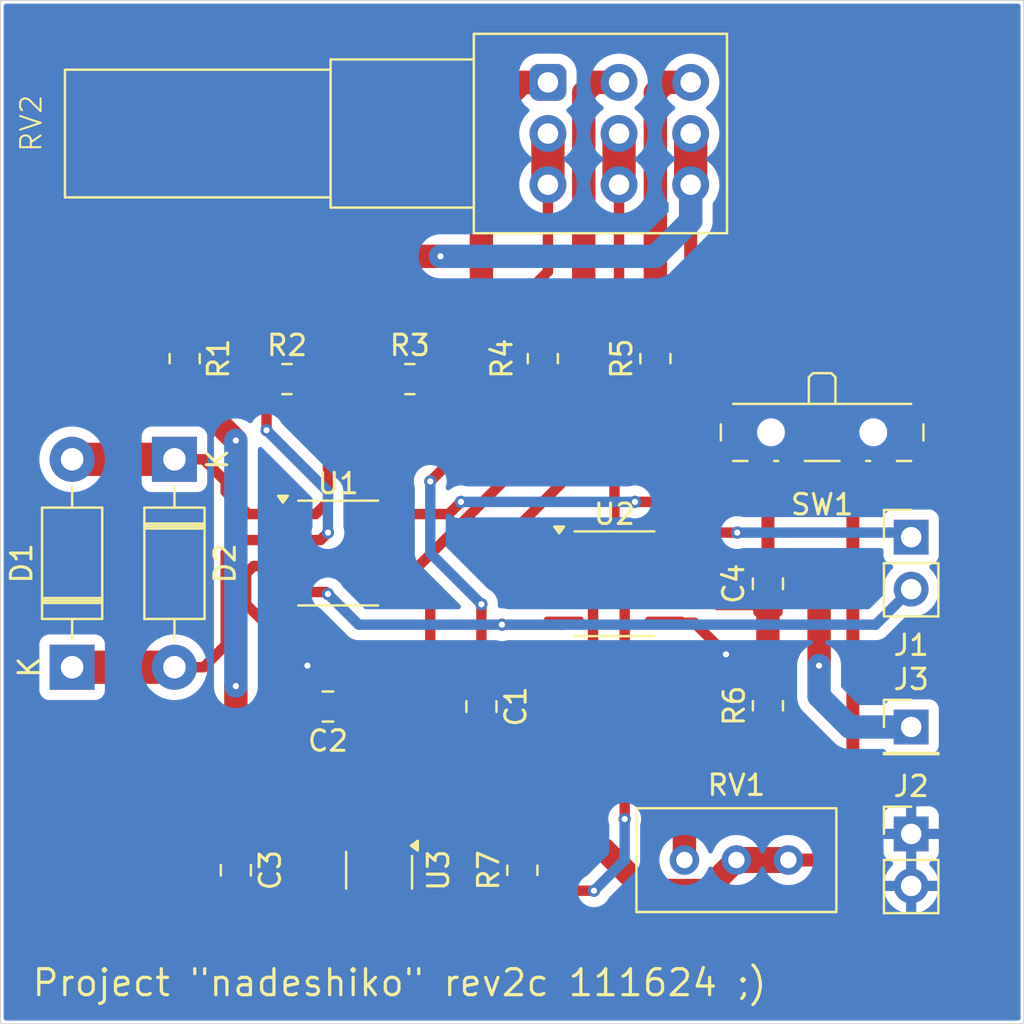
<source format=kicad_pcb>
(kicad_pcb (version 20241010) (generator "pcbnew") (generator_version "8.99")
  (title_block (title "Project nadeshiko") (date "2024-11-16") (rev "2c"))
  (layers (0 "F.Cu" signal) (2 "B.Cu" signal) (13 "F.Paste" user) (15 "B.Paste" user) (5 "F.SilkS" user "F.Silkscreen") (7 "B.SilkS" user "B.Silkscreen") (1 "F.Mask" user) (3 "B.Mask" user) (25 "Edge.Cuts" user))
  (net 0 "")
  (net 1 "GND")
  (net 2 "Net-(U1B-+)")
  (net 3 "Net-(U2A-+)")
  (net 4 "Net-(U3A-+)")
  (net 5 "Net-(U2B--)")
  (net 6 "/OUT")
  (net 7 "Net-(D1-A)")
  (net 8 "Net-(D1-K)")
  (net 9 "Net-(R3-Pad2)")
  (net 10 "Net-(U1B--)")
  (net 11 "Net-(R4-Pad2)")
  (net 12 "Net-(R5-Pad2)")
  (net 13 "Net-(U2A--)")
  (net 14 "Net-(R6-Pad1)")
  (net 15 "+12V")
  (net 16 "Net-(R7-Pad2)")
  (net 18 "-12V")
  (footprint "Potentiometer_THT:Potentiometer_Bourns_3296W_Vertical" (layer "F.Cu") (at 157 109)
    (property "Reference" "RV1" (at -2.54 -3.66 0) (layer "F.SilkS"))
    (property "Value" "R_Potentiometer")
    (fp_line (start -7.425 -2.53) (end -7.425 2.54) (stroke (width 0.12)) (layer "F.SilkS"))
    (fp_line (start -7.425 -2.53) (end 2.345 -2.53) (stroke (width 0.12)) (layer "F.SilkS"))
    (fp_line (start -7.425 2.54) (end 2.345 2.54) (stroke (width 0.12)) (layer "F.SilkS"))
    (fp_line (start 2.345 -2.53) (end 2.345 2.54) (stroke (width 0.12)) (layer "F.SilkS"))
    (pad "1" thru_hole circle (at 0 0) (size 1.44 1.44) (drill 0.8) (layers "*.Cu" "*.Mask") (net 16 "Net-(R7-Pad2)"))
    (pad "2" thru_hole circle (at -2.54 0) (size 1.44 1.44) (drill 0.8) (layers "*.Cu" "*.Mask") (net 16 "Net-(R7-Pad2)"))
    (pad "3" thru_hole circle (at -5.08 0) (size 1.44 1.44) (drill 0.8) (layers "*.Cu" "*.Mask") (net 14 "Net-(R6-Pad1)"))
  )
  (footprint "Package_TO_SOT_SMD:SOT-23-5_HandSoldering" (layer "F.Cu") (at 137 109.5 -90)
    (property "Reference" "U3" (at 0 -2.9 90) (layer "F.SilkS"))
    (property "Value" "TLV1812")
    (fp_line (start -0.9 1.61) (end 0.9 1.61) (stroke (width 0.12)) (layer "F.SilkS"))
    (fp_line (start 0.1 -1.61) (end -0.7 -1.61) (stroke (width 0.12)) (layer "F.SilkS"))
    (fp_line (start 0.1 -1.61) (end 0.9 -1.61) (stroke (width 0.12)) (layer "F.SilkS"))
    (fp_poly (pts (xy -1.2 -1.56) (xy -1.44 -1.89) (xy -0.96 -1.89) (xy -1.2 -1.56)) (stroke (width 0.12)) (fill solid) (layer "F.SilkS"))
    (pad "1" smd roundrect (at -1.35 -0.95 270) (size 1.56 0.65) (layers "F.Cu" "F.Mask" "F.Paste") (net 16 "Net-(R7-Pad2)"))
    (pad "2" smd roundrect (at -1.35 0 270) (size 1.56 0.65) (layers "F.Cu" "F.Mask" "F.Paste") (net 1 "GND"))
    (pad "3" smd roundrect (at -1.35 0.95 270) (size 1.56 0.65) (layers "F.Cu" "F.Mask" "F.Paste") (net 4 "Net-(U3A-+)"))
    (pad "4" smd roundrect (at 1.35 0.95 270) (size 1.56 0.65) (layers "F.Cu" "F.Mask" "F.Paste") (net 1 "GND"))
    (pad "5" smd roundrect (at 1.35 -0.95 270) (size 1.56 0.65) (layers "F.Cu" "F.Mask" "F.Paste") (net 15 "+12V"))
  )
  (footprint "Connector_PinHeader_2.54mm:PinHeader_1x01_P2.54mm_Vertical" (layer "F.Cu") (at 163 102.5)
    (property "Reference" "J3" (at 0 -2.33 0) (layer "F.SilkS"))
    (property "Value" "OUT_Pin")
    (fp_line (start -1.33 -1.33) (end 0 -1.33) (stroke (width 0.12)) (layer "F.SilkS"))
    (fp_line (start -1.33 0) (end -1.33 -1.33) (stroke (width 0.12)) (layer "F.SilkS"))
    (fp_line (start -1.33 1.27) (end -1.33 1.33) (stroke (width 0.12)) (layer "F.SilkS"))
    (fp_line (start -1.33 1.27) (end 1.33 1.27) (stroke (width 0.12)) (layer "F.SilkS"))
    (fp_line (start -1.33 1.33) (end 1.33 1.33) (stroke (width 0.12)) (layer "F.SilkS"))
    (fp_line (start 1.33 1.27) (end 1.33 1.33) (stroke (width 0.12)) (layer "F.SilkS"))
    (pad "1" thru_hole rect (at 0 0) (size 1.7 1.7) (drill 1) (layers "*.Cu" "*.Mask") (net 6 "/OUT"))
  )
  (footprint "Resistor_SMD:R_0805_2012Metric_Pad1.20x1.40mm_HandSolder" (layer "F.Cu") (at 138.5 85.5)
    (property "Reference" "R3" (at 0 -1.65 0) (layer "F.SilkS"))
    (property "Value" "10k")
    (fp_line (start -0.227064 -0.735) (end 0.227064 -0.735) (stroke (width 0.12)) (layer "F.SilkS"))
    (fp_line (start -0.227064 0.735) (end 0.227064 0.735) (stroke (width 0.12)) (layer "F.SilkS"))
    (pad "1" smd roundrect (at -1 0) (size 1.2 1.4) (layers "F.Cu" "F.Mask" "F.Paste") (roundrect_rratio 0.208333) (net 7 "Net-(D1-A)"))
    (pad "2" smd roundrect (at 1 0) (size 1.2 1.4) (layers "F.Cu" "F.Mask" "F.Paste") (roundrect_rratio 0.208333) (net 9 "Net-(R3-Pad2)"))
  )
  (footprint "Resistor_SMD:R_0805_2012Metric_Pad1.20x1.40mm_HandSolder" (layer "F.Cu") (at 156 101.4625 90)
    (property "Reference" "R6" (at 0 -1.65 90) (layer "F.SilkS"))
    (property "Value" "8k")
    (fp_line (start -0.227064 -0.735) (end 0.227064 -0.735) (stroke (width 0.12)) (layer "F.SilkS"))
    (fp_line (start -0.227064 0.735) (end 0.227064 0.735) (stroke (width 0.12)) (layer "F.SilkS"))
    (pad "1" smd roundrect (at -1 0 90) (size 1.2 1.4) (layers "F.Cu" "F.Mask" "F.Paste") (roundrect_rratio 0.208333) (net 14 "Net-(R6-Pad1)"))
    (pad "2" smd roundrect (at 1 0 90) (size 1.2 1.4) (layers "F.Cu" "F.Mask" "F.Paste") (roundrect_rratio 0.208333) (net 5 "Net-(U2B--)"))
  )
  (footprint "Resistor_SMD:R_0805_2012Metric_Pad1.20x1.40mm_HandSolder" (layer "F.Cu") (at 127.5 84.5 -90)
    (property "Reference" "R1" (at 0 -1.65 90) (layer "F.SilkS"))
    (property "Value" "10k")
    (fp_line (start -0.227064 0.735) (end 0.227064 0.735) (stroke (width 0.12)) (layer "F.SilkS"))
    (fp_line (start -0.227064 -0.735) (end 0.227064 -0.735) (stroke (width 0.12)) (layer "F.SilkS"))
    (pad "1" smd roundrect (at -1 0 270) (size 1.2 1.4) (layers "F.Cu" "F.Mask" "F.Paste") (roundrect_rratio 0.208333) (net 4 "Net-(U3A-+)"))
    (pad "2" smd roundrect (at 1 0 270) (size 1.2 1.4) (layers "F.Cu" "F.Mask" "F.Paste") (roundrect_rratio 0.208333) (net 8 "Net-(D1-K)"))
  )
  (footprint "Capacitor_SMD:C_0805_2012Metric_Pad1.18x1.45mm_HandSolder" (layer "F.Cu") (at 134.5 101.5 180)
    (property "Reference" "C2" (at 0 -1.68 0) (layer "F.SilkS"))
    (property "Value" "3.3nF")
    (fp_line (start -0.261252 0.735) (end 0.261252 0.735) (stroke (width 0.12)) (layer "F.SilkS"))
    (fp_line (start -0.261252 -0.735) (end 0.261252 -0.735) (stroke (width 0.12)) (layer "F.SilkS"))
    (pad "1" smd roundrect (at -1.0375 0 180) (size 1.175 1.45) (layers "F.Cu" "F.Mask" "F.Paste") (roundrect_rratio 0.212766) (net 3 "Net-(U2A-+)"))
    (pad "2" smd roundrect (at 1.0375 0 180) (size 1.175 1.45) (layers "F.Cu" "F.Mask" "F.Paste") (roundrect_rratio 0.212766) (net 1 "GND"))
  )
  (footprint "custom_library:potentiometer_RK097_Tri" (layer "F.Cu") (at 137 83.5)
    (property "Reference" "RV2" (at -17 -10.5 90) (layer "F.SilkS") (effects (font (thickness 0.1))))
    (property "Value" "potentiometer_RK097_Tri")
    (fp_line (start -15.35 -6.88) (end -15.35 -13.1) (stroke (width 0.12)) (layer "F.SilkS"))
    (fp_line (start -2.37 -13.12) (end -15.35 -13.12) (stroke (width 0.12)) (layer "F.SilkS"))
    (fp_line (start -2.37 -6.88) (end -15.35 -6.88) (stroke (width 0.12)) (layer "F.SilkS"))
    (fp_line (start -2.37 -6.38) (end -2.37 -13.62) (stroke (width 0.12)) (layer "F.SilkS"))
    (fp_line (start 4.63 -13.62) (end -2.37 -13.62) (stroke (width 0.12)) (layer "F.SilkS"))
    (fp_line (start 4.63 -6.38) (end -2.37 -6.38) (stroke (width 0.12)) (layer "F.SilkS"))
    (fp_line (start 4.63 -5.13) (end 4.63 -14.87) (stroke (width 0.12)) (layer "F.SilkS"))
    (fp_line (start 17 -14.87) (end 4.63 -14.87) (stroke (width 0.12)) (layer "F.SilkS"))
    (fp_line (start 17 -5.13) (end 4.63 -5.13) (stroke (width 0.12)) (layer "F.SilkS"))
    (fp_line (start 17 -5.13) (end 17 -14.87) (stroke (width 0.12)) (layer "F.SilkS"))
    (pad "1" thru_hole roundrect (at 8.25 -12.5 180) (size 1.8 1.8) (drill 1) (layers "*.Cu" "*.Mask") (net 9 "Net-(R3-Pad2)"))
    (pad "2" thru_hole circle (at 8.25 -10 180) (size 1.8 1.8) (drill 1) (layers "*.Cu" "*.Mask") (net 2 "Net-(U1B-+)"))
    (pad "3" thru_hole circle (at 8.25 -7.5 180) (size 1.8 1.8) (drill 1) (layers "*.Cu" "*.Mask") (net 2 "Net-(U1B-+)"))
    (pad "4" thru_hole circle (at 11.725 -12.5 180) (size 1.8 1.8) (drill 1) (layers "*.Cu" "*.Mask") (net 11 "Net-(R4-Pad2)"))
    (pad "5" thru_hole circle (at 11.725 -10 180) (size 1.8 1.8) (drill 1) (layers "*.Cu" "*.Mask") (net 3 "Net-(U2A-+)"))
    (pad "6" thru_hole circle (at 11.725 -7.5 180) (size 1.8 1.8) (drill 1) (layers "*.Cu" "*.Mask") (net 3 "Net-(U2A-+)"))
    (pad "7" thru_hole circle (at 15.225 -12.5 180) (size 1.8 1.8) (drill 1) (layers "*.Cu" "*.Mask") (net 12 "Net-(R5-Pad2)"))
    (pad "8" thru_hole circle (at 15.225 -10 180) (size 1.8 1.8) (drill 1) (layers "*.Cu" "*.Mask") (net 4 "Net-(U3A-+)"))
    (pad "9" thru_hole circle (at 15.225 -7.5 180) (size 1.8 1.8) (drill 1) (layers "*.Cu" "*.Mask") (net 4 "Net-(U3A-+)"))
  )
  (footprint "Capacitor_SMD:C_0805_2012Metric_Pad1.18x1.45mm_HandSolder" (layer "F.Cu") (at 142 101.5 -90)
    (property "Reference" "C1" (at 0 -1.68 90) (layer "F.SilkS"))
    (property "Value" "3.3nF")
    (fp_line (start -0.261252 0.735) (end 0.261252 0.735) (stroke (width 0.12)) (layer "F.SilkS"))
    (fp_line (start -0.261252 -0.735) (end 0.261252 -0.735) (stroke (width 0.12)) (layer "F.SilkS"))
    (pad "1" smd roundrect (at -1.0375 0 270) (size 1.175 1.45) (layers "F.Cu" "F.Mask" "F.Paste") (roundrect_rratio 0.212766) (net 2 "Net-(U1B-+)"))
    (pad "2" smd roundrect (at 1.0375 0 270) (size 1.175 1.45) (layers "F.Cu" "F.Mask" "F.Paste") (roundrect_rratio 0.212766) (net 1 "GND"))
  )
  (footprint "Diode_THT:D_DO-41_SOD81_P10.16mm_Horizontal" (layer "F.Cu") (at 122 99.58 90)
    (property "Reference" "D1" (at 5.08 -2.47 90) (layer "F.SilkS"))
    (property "Value" "1N4742")
    (fp_line (start 7.8 -1.47) (end 2.36 -1.47) (stroke (width 0.12)) (layer "F.SilkS"))
    (fp_line (start 3.38 -1.47) (end 3.38 1.47) (stroke (width 0.12)) (layer "F.SilkS"))
    (fp_line (start 3.26 -1.47) (end 3.26 1.47) (stroke (width 0.12)) (layer "F.SilkS"))
    (fp_line (start 3.14 -1.47) (end 3.14 1.47) (stroke (width 0.12)) (layer "F.SilkS"))
    (fp_line (start 2.36 -1.47) (end 2.36 1.47) (stroke (width 0.12)) (layer "F.SilkS"))
    (fp_line (start 8.82 0) (end 7.8 0) (stroke (width 0.12)) (layer "F.SilkS"))
    (fp_line (start 1.34 0) (end 2.36 0) (stroke (width 0.12)) (layer "F.SilkS"))
    (fp_line (start 7.8 1.47) (end 7.8 -1.47) (stroke (width 0.12)) (layer "F.SilkS"))
    (fp_line (start 2.36 1.47) (end 7.8 1.47) (stroke (width 0.12)) (layer "F.SilkS"))
    (fp_text user "K" (at 0 -2.1 90) (layer "F.SilkS"))
    (pad "1" thru_hole rect (at 0 0 90) (size 2.2 2.2) (drill 1.1) (layers "*.Cu" "*.Mask") (net 8 "Net-(D1-K)"))
    (pad "2" thru_hole oval (at 10.16 0 90) (size 2.2 2.2) (drill 1.1) (layers "*.Cu" "*.Mask") (net 7 "Net-(D1-A)"))
  )
  (footprint "Resistor_SMD:R_0805_2012Metric_Pad1.20x1.40mm_HandSolder" (layer "F.Cu") (at 150.5 84.5 90)
    (property "Reference" "R5" (at 0 -1.65 90) (layer "F.SilkS"))
    (property "Value" "10k")
    (fp_line (start -0.227064 -0.735) (end 0.227064 -0.735) (stroke (width 0.12)) (layer "F.SilkS"))
    (fp_line (start -0.227064 0.735) (end 0.227064 0.735) (stroke (width 0.12)) (layer "F.SilkS"))
    (pad "1" smd roundrect (at -1 0 90) (size 1.2 1.4) (layers "F.Cu" "F.Mask" "F.Paste") (roundrect_rratio 0.208333) (net 13 "Net-(U2A--)"))
    (pad "2" smd roundrect (at 1 0 90) (size 1.2 1.4) (layers "F.Cu" "F.Mask" "F.Paste") (roundrect_rratio 0.208333) (net 12 "Net-(R5-Pad2)"))
  )
  (footprint "Connector_PinHeader_2.54mm:PinHeader_1x02_P2.54mm_Vertical" (layer "F.Cu") (at 163 107.725)
    (property "Reference" "J2" (at 0 -2.33 0) (layer "F.SilkS"))
    (property "Value" "GND_Pin")
    (fp_line (start -1.33 -1.33) (end 0 -1.33) (stroke (width 0.12)) (layer "F.SilkS"))
    (fp_line (start -1.33 0) (end -1.33 -1.33) (stroke (width 0.12)) (layer "F.SilkS"))
    (fp_line (start -1.33 1.27) (end -1.33 3.87) (stroke (width 0.12)) (layer "F.SilkS"))
    (fp_line (start -1.33 1.27) (end 1.33 1.27) (stroke (width 0.12)) (layer "F.SilkS"))
    (fp_line (start -1.33 3.87) (end 1.33 3.87) (stroke (width 0.12)) (layer "F.SilkS"))
    (fp_line (start 1.33 1.27) (end 1.33 3.87) (stroke (width 0.12)) (layer "F.SilkS"))
    (pad "1" thru_hole rect (at 0 0) (size 1.7 1.7) (drill 1) (layers "*.Cu" "*.Mask") (net 1 "GND"))
    (pad "2" thru_hole oval (at 0 2.54) (size 1.7 1.7) (drill 1) (layers "*.Cu" "*.Mask") (net 1 "GND"))
  )
  (footprint "Capacitor_SMD:C_0805_2012Metric_Pad1.18x1.45mm_HandSolder" (layer "F.Cu") (at 130 109.5 -90)
    (property "Reference" "C3" (at 0 -1.68 90) (layer "F.SilkS"))
    (property "Value" "3.3nF")
    (fp_line (start -0.261252 0.735) (end 0.261252 0.735) (stroke (width 0.12)) (layer "F.SilkS"))
    (fp_line (start -0.261252 -0.735) (end 0.261252 -0.735) (stroke (width 0.12)) (layer "F.SilkS"))
    (pad "1" smd roundrect (at -1.0375 0 270) (size 1.175 1.45) (layers "F.Cu" "F.Mask" "F.Paste") (roundrect_rratio 0.212766) (net 4 "Net-(U3A-+)"))
    (pad "2" smd roundrect (at 1.0375 0 270) (size 1.175 1.45) (layers "F.Cu" "F.Mask" "F.Paste") (roundrect_rratio 0.212766) (net 1 "GND"))
  )
  (footprint "Resistor_SMD:R_0805_2012Metric_Pad1.20x1.40mm_HandSolder" (layer "F.Cu") (at 145 84.5 90)
    (property "Reference" "R4" (at 0 -2 90) (layer "F.SilkS"))
    (property "Value" "10k")
    (fp_line (start -0.227064 -0.735) (end 0.227064 -0.735) (stroke (width 0.12)) (layer "F.SilkS"))
    (fp_line (start -0.227064 0.735) (end 0.227064 0.735) (stroke (width 0.12)) (layer "F.SilkS"))
    (pad "1" smd roundrect (at -1 0 90) (size 1.2 1.4) (layers "F.Cu" "F.Mask" "F.Paste") (roundrect_rratio 0.208333) (net 10 "Net-(U1B--)"))
    (pad "2" smd roundrect (at 1 0 90) (size 1.2 1.4) (layers "F.Cu" "F.Mask" "F.Paste") (roundrect_rratio 0.208333) (net 11 "Net-(R4-Pad2)"))
  )
  (footprint "Diode_THT:D_DO-41_SOD81_P10.16mm_Horizontal" (layer "F.Cu") (at 127 89.42 -90)
    (property "Reference" "D2" (at 5.08 -2.47 90) (layer "F.SilkS"))
    (property "Value" "1N4742" (hide yes))
    (fp_line (start 2.36 1.47) (end 7.8 1.47) (stroke (width 0.12)) (layer "F.SilkS"))
    (fp_line (start 7.8 1.47) (end 7.8 -1.47) (stroke (width 0.12)) (layer "F.SilkS"))
    (fp_line (start 1.34 0) (end 2.36 0) (stroke (width 0.12)) (layer "F.SilkS"))
    (fp_line (start 8.82 0) (end 7.8 0) (stroke (width 0.12)) (layer "F.SilkS"))
    (fp_line (start 2.36 -1.47) (end 2.36 1.47) (stroke (width 0.12)) (layer "F.SilkS"))
    (fp_line (start 3.14 -1.47) (end 3.14 1.47) (stroke (width 0.12)) (layer "F.SilkS"))
    (fp_line (start 3.26 -1.47) (end 3.26 1.47) (stroke (width 0.12)) (layer "F.SilkS"))
    (fp_line (start 3.38 -1.47) (end 3.38 1.47) (stroke (width 0.12)) (layer "F.SilkS"))
    (fp_line (start 7.8 -1.47) (end 2.36 -1.47) (stroke (width 0.12)) (layer "F.SilkS"))
    (fp_text user "K" (at 0 -2.1 90) (layer "F.SilkS"))
    (pad "1" thru_hole rect (at 0 0 270) (size 2.2 2.2) (drill 1.1) (layers "*.Cu" "*.Mask") (net 7 "Net-(D1-A)"))
    (pad "2" thru_hole oval (at 10.16 0 270) (size 2.2 2.2) (drill 1.1) (layers "*.Cu" "*.Mask") (net 8 "Net-(D1-K)"))
  )
  (footprint "Package_SO:SOIC-8_3.9x4.9mm_P1.27mm" (layer "F.Cu") (at 148.5 95.5)
    (property "Reference" "U2" (at 0 -3.4 0) (layer "F.SilkS"))
    (property "Value" "OPA2189")
    (fp_line (start 0 -2.56) (end -1.95 -2.56) (stroke (width 0.12)) (layer "F.SilkS"))
    (fp_line (start 0 -2.56) (end 1.95 -2.56) (stroke (width 0.12)) (layer "F.SilkS"))
    (fp_line (start 0 2.56) (end -1.95 2.56) (stroke (width 0.12)) (layer "F.SilkS"))
    (fp_line (start 0 2.56) (end 1.95 2.56) (stroke (width 0.12)) (layer "F.SilkS"))
    (fp_poly (pts (xy -2.7 -2.465) (xy -2.94 -2.795) (xy -2.46 -2.795) (xy -2.7 -2.465)) (stroke (width 0.12)) (fill solid) (layer "F.SilkS"))
    (pad "1" smd roundrect (at -2.475 -1.905) (size 1.95 0.6) (layers "F.Cu" "F.Mask" "F.Paste") (net 13 "Net-(U2A--)"))
    (pad "2" smd roundrect (at -2.475 -0.635) (size 1.95 0.6) (layers "F.Cu" "F.Mask" "F.Paste") (net 13 "Net-(U2A--)"))
    (pad "3" smd roundrect (at -2.475 0.635) (size 1.95 0.6) (layers "F.Cu" "F.Mask" "F.Paste") (net 3 "Net-(U2A-+)"))
    (pad "4" smd roundrect (at -2.475 1.905) (size 1.95 0.6) (layers "F.Cu" "F.Mask" "F.Paste") (net 18 "-12V"))
    (pad "5" smd roundrect (at 2.475 1.905) (size 1.95 0.6) (layers "F.Cu" "F.Mask" "F.Paste") (net 1 "GND"))
    (pad "6" smd roundrect (at 2.475 0.635) (size 1.95 0.6) (layers "F.Cu" "F.Mask" "F.Paste") (net 5 "Net-(U2B--)"))
    (pad "7" smd roundrect (at 2.475 -0.635) (size 1.95 0.6) (layers "F.Cu" "F.Mask" "F.Paste") (net 6 "/OUT"))
    (pad "8" smd roundrect (at 2.475 -1.905) (size 1.95 0.6) (layers "F.Cu" "F.Mask" "F.Paste") (net 15 "+12V"))
  )
  (footprint "Button_Switch_SMD:SW_SP3T_PCM13" (layer "F.Cu") (at 158.65 88.43 180)
    (property "Reference" "SW1" (at 0 -3.2 0) (layer "F.SilkS"))
    (property "Value" "SW_SP3T")
    (fp_line (start 4.95 0.72) (end 4.95 -0.07) (stroke (width 0.12)) (layer "F.SilkS"))
    (fp_line (start 3.65 -1.07) (end 4.35 -1.07) (stroke (width 0.12)) (layer "F.SilkS"))
    (fp_line (start 2.15 -1.07) (end 2.35 -1.07) (stroke (width 0.12)) (layer "F.SilkS"))
    (fp_line (start 0.65 3.02) (end 0.65 1.72) (stroke (width 0.12)) (layer "F.SilkS"))
    (fp_line (start 0.65 3.02) (end 0.45 3.22) (stroke (width 0.12)) (layer "F.SilkS"))
    (fp_line (start 0.45 3.22) (end -0.45 3.22) (stroke (width 0.12)) (layer "F.SilkS"))
    (fp_line (start -0.65 3.02) (end -0.45 3.22) (stroke (width 0.12)) (layer "F.SilkS"))
    (fp_line (start -0.65 1.72) (end -0.65 3.02) (stroke (width 0.12)) (layer "F.SilkS"))
    (fp_line (start -0.85 -1.07) (end 0.85 -1.07) (stroke (width 0.12)) (layer "F.SilkS"))
    (fp_line (start -2.35 -1.07) (end -2.15 -1.07) (stroke (width 0.12)) (layer "F.SilkS"))
    (fp_line (start -4.35 1.72) (end 4.35 1.72) (stroke (width 0.12)) (layer "F.SilkS"))
    (fp_line (start -4.35 -1.07) (end -3.65 -1.07) (stroke (width 0.12)) (layer "F.SilkS"))
    (fp_line (start -4.95 -0.07) (end -4.95 0.72) (stroke (width 0.12)) (layer "F.SilkS"))
    (pad "" smd rect (at -5.15 -0.78 180) (size 1 0.8) (layers "F.Cu" "F.Mask" "F.Paste"))
    (pad "" smd rect (at -5.15 1.43 180) (size 1 0.8) (layers "F.Cu" "F.Mask" "F.Paste"))
    (pad "" np_thru_hole circle (at -2.5 0.33 180) (size 0.9 0.9) (drill 0.9) (layers "*.Cu" "*.Mask"))
    (pad "" np_thru_hole circle (at 2.5 0.33 180) (size 0.9 0.9) (drill 0.9) (layers "*.Cu" "*.Mask"))
    (pad "" smd rect (at 5.15 -0.78 180) (size 1 0.8) (layers "F.Cu" "F.Mask" "F.Paste"))
    (pad "" smd rect (at 5.15 1.43 180) (size 1 0.8) (layers "F.Cu" "F.Mask" "F.Paste"))
    (pad "1" smd rect (at -3 -1.43 180) (size 0.7 1.5) (layers "F.Cu" "F.Mask" "F.Paste") (net 4 "Net-(U3A-+)"))
    (pad "2" smd rect (at -1.5 -1.43 180) (size 0.7 1.5) (layers "F.Cu" "F.Mask" "F.Paste") (net 16 "Net-(R7-Pad2)"))
    (pad "3" smd rect (at 1.5 -1.43 180) (size 0.7 1.5) (layers "F.Cu" "F.Mask" "F.Paste") (net 6 "/OUT"))
    (pad "4" smd rect (at 3 -1.43 180) (size 0.7 1.5) (layers "F.Cu" "F.Mask" "F.Paste"))
  )
  (footprint "Package_SO:SOIC-8_3.9x4.9mm_P1.27mm" (layer "F.Cu") (at 135 94)
    (property "Reference" "U1" (at 0 -3.4 0) (layer "F.SilkS"))
    (property "Value" "OPA2189")
    (fp_line (start 0 -2.56) (end -1.95 -2.56) (stroke (width 0.12)) (layer "F.SilkS"))
    (fp_line (start 0 -2.56) (end 1.95 -2.56) (stroke (width 0.12)) (layer "F.SilkS"))
    (fp_line (start 0 2.56) (end -1.95 2.56) (stroke (width 0.12)) (layer "F.SilkS"))
    (fp_line (start 0 2.56) (end 1.95 2.56) (stroke (width 0.12)) (layer "F.SilkS"))
    (fp_poly (pts (xy -2.7 -2.465) (xy -2.94 -2.795) (xy -2.46 -2.795) (xy -2.7 -2.465)) (stroke (width 0.12)) (fill solid) (layer "F.SilkS"))
    (pad "1" smd roundrect (at -2.475 -1.905) (size 1.95 0.6) (layers "F.Cu" "F.Mask" "F.Paste") (net 7 "Net-(D1-A)"))
    (pad "2" smd roundrect (at -2.475 -0.635) (size 1.95 0.6) (layers "F.Cu" "F.Mask" "F.Paste") (net 8 "Net-(D1-K)"))
    (pad "3" smd roundrect (at -2.475 0.635) (size 1.95 0.6) (layers "F.Cu" "F.Mask" "F.Paste") (net 1 "GND"))
    (pad "4" smd roundrect (at -2.475 1.905) (size 1.95 0.6) (layers "F.Cu" "F.Mask" "F.Paste") (net 18 "-12V"))
    (pad "5" smd roundrect (at 2.475 1.905) (size 1.95 0.6) (layers "F.Cu" "F.Mask" "F.Paste") (net 2 "Net-(U1B-+)"))
    (pad "6" smd roundrect (at 2.475 0.635) (size 1.95 0.6) (layers "F.Cu" "F.Mask" "F.Paste") (net 10 "Net-(U1B--)"))
    (pad "7" smd roundrect (at 2.475 -0.635) (size 1.95 0.6) (layers "F.Cu" "F.Mask" "F.Paste") (net 10 "Net-(U1B--)"))
    (pad "8" smd roundrect (at 2.475 -1.905) (size 1.95 0.6) (layers "F.Cu" "F.Mask" "F.Paste") (net 15 "+12V"))
  )
  (footprint "Resistor_SMD:R_0805_2012Metric_Pad1.20x1.40mm_HandSolder" (layer "F.Cu") (at 132.5 85.5)
    (property "Reference" "R2" (at 0 -1.65 0) (layer "F.SilkS"))
    (property "Value" "300k")
    (fp_line (start -0.227064 -0.735) (end 0.227064 -0.735) (stroke (width 0.12)) (layer "F.SilkS"))
    (fp_line (start -0.227064 0.735) (end 0.227064 0.735) (stroke (width 0.12)) (layer "F.SilkS"))
    (pad "1" smd roundrect (at -1 0) (size 1.2 1.4) (layers "F.Cu" "F.Mask" "F.Paste") (roundrect_rratio 0.208333) (net 8 "Net-(D1-K)"))
    (pad "2" smd roundrect (at 1 0) (size 1.2 1.4) (layers "F.Cu" "F.Mask" "F.Paste") (roundrect_rratio 0.208333) (net 7 "Net-(D1-A)"))
  )
  (footprint "Capacitor_SMD:C_0805_2012Metric_Pad1.18x1.45mm_HandSolder" (layer "F.Cu") (at 156 95.5 90)
    (property "Reference" "C4" (at 0 -1.68 90) (layer "F.SilkS"))
    (property "Value" "47nF")
    (fp_line (start -0.261252 -0.735) (end 0.261252 -0.735) (stroke (width 0.12)) (layer "F.SilkS"))
    (fp_line (start -0.261252 0.735) (end 0.261252 0.735) (stroke (width 0.12)) (layer "F.SilkS"))
    (pad "1" smd roundrect (at -1.0375 0 90) (size 1.175 1.45) (layers "F.Cu" "F.Mask" "F.Paste") (roundrect_rratio 0.212766) (net 5 "Net-(U2B--)"))
    (pad "2" smd roundrect (at 1.0375 0 90) (size 1.175 1.45) (layers "F.Cu" "F.Mask" "F.Paste") (roundrect_rratio 0.212766) (net 6 "/OUT"))
  )
  (footprint "Resistor_SMD:R_0805_2012Metric_Pad1.20x1.40mm_HandSolder" (layer "F.Cu") (at 144 109.5 90)
    (property "Reference" "R7" (at 0 -1.65 90) (layer "F.SilkS"))
    (property "Value" "1k")
    (fp_line (start -0.227064 -0.735) (end 0.227064 -0.735) (stroke (width 0.12)) (layer "F.SilkS"))
    (fp_line (start -0.227064 0.735) (end 0.227064 0.735) (stroke (width 0.12)) (layer "F.SilkS"))
    (pad "1" smd roundrect (at -1 0 90) (size 1.2 1.4) (layers "F.Cu" "F.Mask" "F.Paste") (roundrect_rratio 0.208333) (net 15 "+12V"))
    (pad "2" smd roundrect (at 1 0 90) (size 1.2 1.4) (layers "F.Cu" "F.Mask" "F.Paste") (roundrect_rratio 0.208333) (net 16 "Net-(R7-Pad2)"))
  )
  (footprint "Connector_PinHeader_2.54mm:PinHeader_1x02_P2.54mm_Vertical" (layer "F.Cu") (at 163 93.225)
    (property "Reference" "J1" (at 0 5.275 0) (layer "F.SilkS"))
    (property "Value" "12V_Pin")
    (fp_line (start -1.33 -1.33) (end 0 -1.33) (stroke (width 0.12)) (layer "F.SilkS"))
    (fp_line (start -1.33 0) (end -1.33 -1.33) (stroke (width 0.12)) (layer "F.SilkS"))
    (fp_line (start -1.33 1.27) (end -1.33 3.87) (stroke (width 0.12)) (layer "F.SilkS"))
    (fp_line (start -1.33 1.27) (end 1.33 1.27) (stroke (width 0.12)) (layer "F.SilkS"))
    (fp_line (start -1.33 3.87) (end 1.33 3.87) (stroke (width 0.12)) (layer "F.SilkS"))
    (fp_line (start 1.33 1.27) (end 1.33 3.87) (stroke (width 0.12)) (layer "F.SilkS"))
    (pad "1" thru_hole rect (at 0 0) (size 1.7 1.7) (drill 1) (layers "*.Cu" "*.Mask") (net 15 "+12V"))
    (pad "2" thru_hole oval (at 0 2.54) (size 1.7 1.7) (drill 1) (layers "*.Cu" "*.Mask") (net 18 "-12V"))
  )
  (gr_rect (start 118.5 67) (end 168.5 117) (stroke (width 0.05)) (fill none) (layer "Edge.Cuts"))
  (gr_text "Project {dblquote}nadeshiko{dblquote} rev2c 111624 ;)" (at 138 115 0) (layer "F.SilkS") (effects (font (size 1.27 1.27))))
  (segment (start 132.525 94.635) (end 130.865 94.635) (width 0.508) (layer "F.Cu") (net 1))
  (segment (start 130.5 96.5) (end 133.5 99.5) (width 0.508) (layer "F.Cu") (net 1))
  (segment (start 137 109) (end 137 108.15) (width 0.635) (layer "F.Cu") (net 1))
  (segment (start 137 108.15) (end 137 106.819132) (width 0.635) (layer "F.Cu") (net 1))
  (segment (start 136.05 111.95) (end 135.5 112.5) (width 0.635) (layer "F.Cu") (net 1))
  (segment (start 141.832501 102.5375) (end 142 102.5375) (width 0.2) (layer "F.Cu") (net 1))
  (segment (start 133.5 99.5) (end 137.37233 99.5) (width 1.143) (layer "F.Cu") (net 1))
  (segment (start 133.4625 99.5375) (end 133.4625 101.5) (width 0.508) (layer "F.Cu") (net 1))
  (segment (start 133.5 99.5) (end 133.4625 99.5375) (width 0.508) (layer "F.Cu") (net 1))
  (segment (start 137 106.819132) (end 133.5 103.319132) (width 0.635) (layer "F.Cu") (net 1))
  (segment (start 133.5 101.5375) (end 133.4625 101.5) (width 0.635) (layer "F.Cu") (net 1))
  (segment (start 133.5 103.319132) (end 133.5 101.5375) (width 0.635) (layer "F.Cu") (net 1))
  (segment (start 130.5 95) (end 130.5 96.5) (width 0.508) (layer "F.Cu") (net 1))
  (segment (start 133.4625 101.5) (end 133.4625 101.58793) (width 0.2) (layer "F.Cu") (net 1))
  (segment (start 132.5375 110.5375) (end 130 110.5375) (width 0.635) (layer "F.Cu") (net 1))
  (segment (start 130.865 94.635) (end 130.5 95) (width 0.508) (layer "F.Cu") (net 1))
  (segment (start 142 102.5375) (end 142.364758 102.5375) (width 1.143) (layer "F.Cu") (net 1))
  (segment (start 136.05 110.85) (end 136.05 109.95) (width 0.635) (layer "F.Cu") (net 1))
  (segment (start 136.05 109.95) (end 137 109) (width 0.635) (layer "F.Cu") (net 1))
  (segment (start 150.975 97.405) (end 152.405 97.405) (width 0.508) (layer "F.Cu") (net 1))
  (segment (start 152.405 97.405) (end 153.951129 98.951129) (width 0.508) (layer "F.Cu") (net 1))
  (segment (start 136.05 110.85) (end 136.05 111.95) (width 0.635) (layer "F.Cu") (net 1))
  (segment (start 135.5 112.5) (end 134.5 112.5) (width 0.635) (layer "F.Cu") (net 1))
  (segment (start 134.5 112.5) (end 132.5375 110.5375) (width 0.635) (layer "F.Cu") (net 1))
  (segment (start 140.40983 102.5375) (end 142 102.5375) (width 1.143) (layer "F.Cu") (net 1))
  (segment (start 137.37233 99.5) (end 140.40983 102.5375) (width 1.143) (layer "F.Cu") (net 1))
  (segment (start 141.6125 102.925) (end 142 102.5375) (width 0.2) (layer "F.Cu") (net 1))
  (via (at 153.951129 98.951129) (size 0.6) (drill 0.3) (layers "F.Cu" "B.Cu") (net 1))
  (via (at 133.5 99.5) (size 0.6) (drill 0.3) (layers "F.Cu" "B.Cu") (net 1))
  (segment (start 162.725 107.725) (end 163 107.725) (width 1.143) (layer "B.Cu") (net 1))
  (segment (start 145.25 73.5) (end 145.25 76) (width 1.6256) (layer "F.Cu") (net 2))
  (segment (start 142 100.4625) (end 142 96.5) (width 0.508) (layer "F.Cu") (net 2))
  (segment (start 137.475 95.905) (end 138.905 95.905) (width 0.508) (layer "F.Cu") (net 2))
  (segment (start 139.5 96.5) (end 139.5 99.5) (width 0.508) (layer "F.Cu") (net 2))
  (segment (start 143.5 86.5) (end 143.5 82) (width 0.508) (layer "F.Cu") (net 2))
  (segment (start 143.5 82) (end 145.25 80.25) (width 0.508) (layer "F.Cu") (net 2))
  (segment (start 140.4625 100.4625) (end 142 100.4625) (width 0.508) (layer "F.Cu") (net 2))
  (segment (start 138.905 95.905) (end 139.5 96.5) (width 0.508) (layer "F.Cu") (net 2))
  (segment (start 139.5 90.5) (end 143.5 86.5) (width 0.508) (layer "F.Cu") (net 2))
  (segment (start 139.5 99.5) (end 140.4625 100.4625) (width 0.508) (layer "F.Cu") (net 2))
  (segment (start 145.25 80.25) (end 145.25 76) (width 0.508) (layer "F.Cu") (net 2))
  (via (at 142 96.5) (size 0.6) (drill 0.3) (layers "F.Cu" "B.Cu") (net 2))
  (via (at 139.5 90.5) (size 0.6) (drill 0.3) (layers "F.Cu" "B.Cu") (net 2))
  (segment (start 139.5 94) (end 142 96.5) (width 0.508) (layer "B.Cu") (net 2))
  (segment (start 139.5 90.5) (end 139.5 94) (width 0.508) (layer "B.Cu") (net 2))
  (segment (start 142.773534 103.579) (end 147.454 98.898534) (width 0.508) (layer "F.Cu") (net 3))
  (segment (start 136.5 101.5) (end 138.579 103.579) (width 0.508) (layer "F.Cu") (net 3))
  (segment (start 147.454 96.454) (end 147.135 96.135) (width 0.508) (layer "F.Cu") (net 3))
  (segment (start 143 95) (end 143 93.5) (width 0.508) (layer "F.Cu") (net 3))
  (segment (start 147.135 96.135) (end 146.025 96.135) (width 0.508) (layer "F.Cu") (net 3))
  (segment (start 143 93.5) (end 148.725 87.775) (width 0.508) (layer "F.Cu") (net 3))
  (segment (start 146.025 96.135) (end 144.135 96.135) (width 0.508) (layer "F.Cu") (net 3))
  (segment (start 144.135 96.135) (end 143 95) (width 0.508) (layer "F.Cu") (net 3))
  (segment (start 138.579 103.579) (end 142.773534 103.579) (width 0.508) (layer "F.Cu") (net 3))
  (segment (start 135.5375 101.5) (end 136.5 101.5) (width 0.508) (layer "F.Cu") (net 3))
  (segment (start 147.454 98.898534) (end 147.454 96.454) (width 0.508) (layer "F.Cu") (net 3))
  (segment (start 148.725 87.775) (end 148.725 76) (width 0.508) (layer "F.Cu") (net 3))
  (segment (start 148.725 73.5) (end 148.725 76) (width 1.6256) (layer "F.Cu") (net 3))
  (segment (start 125 87) (end 125 84) (width 1.143) (layer "F.Cu") (net 4))
  (segment (start 133.5 106.5) (end 135.5 106.5) (width 0.635) (layer "F.Cu") (net 4))
  (segment (start 152.225 81.725) (end 152.225 76) (width 0.635) (layer "F.Cu") (net 4))
  (segment (start 152.225 73.5) (end 152.225 76) (width 1.6256) (layer "F.Cu") (net 4))
  (segment (start 154.5 84) (end 152.225 81.725) (width 0.635) (layer "F.Cu") (net 4))
  (segment (start 130 88.5) (end 128.5 87) (width 1.143) (layer "F.Cu") (net 4))
  (segment (start 125 84) (end 125.5 83.5) (width 1.143) (layer "F.Cu") (net 4))
  (segment (start 127.5 83.5) (end 130 83.5) (width 1.143) (layer "F.Cu") (net 4))
  (segment (start 140 79.5) (end 134 79.5) (width 1.143) (layer "F.Cu") (net 4))
  (segment (start 131.5375 108.4625) (end 133.5 106.5) (width 0.635) (layer "F.Cu") (net 4))
  (segment (start 161.5 84) (end 154.5 84) (width 0.635) (layer "F.Cu") (net 4))
  (segment (start 130 83.5) (end 134 79.5) (width 1.143) (layer "F.Cu") (net 4))
  (segment (start 161.65 89.86) (end 162.1461 89.3639) (width 0.635) (layer "F.Cu") (net 4))
  (segment (start 125.5 83.5) (end 127.5 83.5) (width 1.143) (layer "F.Cu") (net 4))
  (segment (start 128.5 87) (end 125 87) (width 1.143) (layer "F.Cu") (net 4))
  (segment (start 162.1461 84.6461) (end 161.5 84) (width 0.635) (layer "F.Cu") (net 4))
  (segment (start 130 108.4625) (end 131.5375 108.4625) (width 0.635) (layer "F.Cu") (net 4))
  (segment (start 161.95 89.56) (end 161.65 89.86) (width 0.2) (layer "F.Cu") (net 4))
  (segment (start 135.5 106.5) (end 136.05 107.05) (width 0.635) (layer "F.Cu") (net 4))
  (segment (start 162.1461 89.3639) (end 162.1461 84.6461) (width 0.635) (layer "F.Cu") (net 4))
  (segment (start 136.05 107.05) (end 136.05 108.15) (width 0.635) (layer "F.Cu") (net 4))
  (segment (start 130 108.4625) (end 130 100.5) (width 1.143) (layer "F.Cu") (net 4))
  (via (at 130 100.5) (size 0.6) (drill 0.3) (layers "F.Cu" "B.Cu") (net 4))
  (via (at 140 79.5) (size 0.6) (drill 0.3) (layers "F.Cu" "B.Cu") (net 4))
  (via (at 130 88.5) (size 0.6) (drill 0.3) (layers "F.Cu" "B.Cu") (net 4))
  (segment (start 150.5 79.5) (end 152.225 77.775) (width 1.143) (layer "B.Cu") (net 4))
  (segment (start 130 100.5) (end 130 88.5) (width 1.143) (layer "B.Cu") (net 4))
  (segment (start 140 79.5) (end 150.5 79.5) (width 1.143) (layer "B.Cu") (net 4))
  (segment (start 152.225 77.775) (end 152.225 76) (width 1.143) (layer "B.Cu") (net 4))
  (segment (start 155.5975 96.135) (end 156 96.5375) (width 0.2) (layer "F.Cu") (net 5))
  (segment (start 150.975 96.135) (end 153.135 96.135) (width 0.508) (layer "F.Cu") (net 5))
  (segment (start 153.135 96.135) (end 153.5375 96.5375) (width 0.508) (layer "F.Cu") (net 5))
  (segment (start 153.5375 96.5375) (end 156 96.5375) (width 0.508) (layer "F.Cu") (net 5))
  (segment (start 156 96.5375) (end 156 100.4625) (width 1.143) (layer "F.Cu") (net 5))
  (segment (start 157.4625 94.4625) (end 158.5 95.5) (width 1.143) (layer "F.Cu") (net 6))
  (segment (start 156 94.4625) (end 157.4625 94.4625) (width 1.143) (layer "F.Cu") (net 6))
  (segment (start 157.15 89.86) (end 157.15 90.85) (width 0.635) (layer "F.Cu") (net 6))
  (segment (start 158.5 95.5) (end 158.5 99.5) (width 1.143) (layer "F.Cu") (net 6))
  (segment (start 153.5375 94.4625) (end 156 94.4625) (width 0.508) (layer "F.Cu") (net 6))
  (segment (start 156 92) (end 156 94.4625) (width 0.635) (layer "F.Cu") (net 6))
  (segment (start 153.135 94.865) (end 153.5375 94.4625) (width 0.508) (layer "F.Cu") (net 6))
  (segment (start 150.975 94.865) (end 153.135 94.865) (width 0.508) (layer "F.Cu") (net 6))
  (segment (start 157.15 90.85) (end 156 92) (width 0.635) (layer "F.Cu") (net 6))
  (segment (start 155.5975 94.865) (end 156 94.4625) (width 0.2) (layer "F.Cu") (net 6))
  (via (at 158.5 99.5) (size 0.6) (drill 0.3) (layers "F.Cu" "B.Cu") (net 6))
  (segment (start 158.5 101) (end 160 102.5) (width 1.143) (layer "B.Cu") (net 6))
  (segment (start 158.5 99.5) (end 158.5 101) (width 1.143) (layer "B.Cu") (net 6))
  (segment (start 160 102.5) (end 163 102.5) (width 1.143) (layer "B.Cu") (net 6))
  (segment (start 134.5 89) (end 133.5 88) (width 0.508) (layer "F.Cu") (net 7))
  (segment (start 127 89.42) (end 128.42 89.42) (width 0.508) (layer "F.Cu") (net 7))
  (segment (start 133.905 92.095) (end 134.5 91.5) (width 0.508) (layer "F.Cu") (net 7))
  (segment (start 122 89.42) (end 127 89.42) (width 1.6256) (layer "F.Cu") (net 7))
  (segment (start 128.42 89.42) (end 129.5 90.5) (width 0.508) (layer "F.Cu") (net 7))
  (segment (start 132.525 92.095) (end 133.905 92.095) (width 0.508) (layer "F.Cu") (net 7))
  (segment (start 129.5 90.5) (end 129.5 91) (width 0.508) (layer "F.Cu") (net 7))
  (segment (start 134.5 91.5) (end 134.5 89) (width 0.508) (layer "F.Cu") (net 7))
  (segment (start 133.5 88) (end 133.5 85.5) (width 0.508) (layer "F.Cu") (net 7))
  (segment (start 133.5 85.5) (end 137.5 85.5) (width 1.143) (layer "F.Cu") (net 7))
  (segment (start 129.5 91) (end 130.595 92.095) (width 0.508) (layer "F.Cu") (net 7))
  (segment (start 130.595 92.095) (end 132.525 92.095) (width 0.508) (layer "F.Cu") (net 7))
  (segment (start 122 99.58) (end 127 99.58) (width 1.6256) (layer "F.Cu") (net 8))
  (segment (start 129.5 94) (end 129.5 98.5) (width 0.508) (layer "F.Cu") (net 8))
  (segment (start 131.5 85.5) (end 127.5 85.5) (width 1.143) (layer "F.Cu") (net 8))
  (segment (start 129.5 98.5) (end 128.42 99.58) (width 0.508) (layer "F.Cu") (net 8))
  (segment (start 132.525 93.365) (end 134.135 93.365) (width 0.508) (layer "F.Cu") (net 8))
  (segment (start 128.42 99.58) (end 127 99.58) (width 0.508) (layer "F.Cu") (net 8))
  (segment (start 130.135 93.365) (end 129.5 94) (width 0.508) (layer "F.Cu") (net 8))
  (segment (start 134.135 93.365) (end 134.5 93) (width 0.508) (layer "F.Cu") (net 8))
  (segment (start 132.525 93.365) (end 130.135 93.365) (width 0.508) (layer "F.Cu") (net 8))
  (segment (start 131.5 85.5) (end 131.5 88) (width 0.508) (layer "F.Cu") (net 8))
  (via (at 131.5 88) (size 0.6) (drill 0.3) (layers "F.Cu" "B.Cu") (net 8))
  (via (at 134.5 93) (size 0.6) (drill 0.3) (layers "F.Cu" "B.Cu") (net 8))
  (segment (start 134.5 91) (end 134.5 93) (width 0.508) (layer "B.Cu") (net 8))
  (segment (start 131.5 88) (end 134.5 91) (width 0.508) (layer "B.Cu") (net 8))
  (segment (start 144 71) (end 142 73) (width 1.143) (layer "F.Cu") (net 9))
  (segment (start 142 73) (end 142 85) (width 1.143) (layer "F.Cu") (net 9))
  (segment (start 142 85) (end 141.5 85.5) (width 1.143) (layer "F.Cu") (net 9))
  (segment (start 141.5 85.5) (end 139.5 85.5) (width 1.143) (layer "F.Cu") (net 9))
  (segment (start 145.25 71) (end 144 71) (width 1.143) (layer "F.Cu") (net 9))
  (segment (start 137.475 94.635) (end 138.931318 94.635) (width 0.508) (layer "F.Cu") (net 10))
  (segment (start 138.931318 94.635) (end 145 88.566318) (width 0.508) (layer "F.Cu") (net 10))
  (segment (start 135.635 94.635) (end 135.5 94.5) (width 0.508) (layer "F.Cu") (net 10))
  (segment (start 135.5 93.566318) (end 135.701318 93.365) (width 0.508) (layer "F.Cu") (net 10))
  (segment (start 145 88.566318) (end 145 85.5) (width 0.508) (layer "F.Cu") (net 10))
  (segment (start 135.701318 93.365) (end 137.475 93.365) (width 0.508) (layer "F.Cu") (net 10))
  (segment (start 137.475 94.635) (end 135.635 94.635) (width 0.508) (layer "F.Cu") (net 10))
  (segment (start 135.5 94.5) (end 135.5 93.566318) (width 0.508) (layer "F.Cu") (net 10))
  (segment (start 146.5 83.5) (end 145 83.5) (width 1.143) (layer "F.Cu") (net 11))
  (segment (start 147 71.5) (end 147 83) (width 1.143) (layer "F.Cu") (net 11))
  (segment (start 147 83) (end 146.5 83.5) (width 1.143) (layer "F.Cu") (net 11))
  (segment (start 147.5 71) (end 147 71.5) (width 1.143) (layer "F.Cu") (net 11))
  (segment (start 148.725 71) (end 147.5 71) (width 1.143) (layer "F.Cu") (net 11))
  (segment (start 150.5 71.5) (end 150.5 83.5) (width 1.143) (layer "F.Cu") (net 12))
  (segment (start 152.225 71) (end 151 71) (width 1.143) (layer "F.Cu") (net 12))
  (segment (start 151 71) (end 150.5 71.5) (width 1.143) (layer "F.Cu") (net 12))
  (segment (start 150.4 83.4) (end 150.5 83.5) (width 0.2) (layer "F.Cu") (net 12))
  (segment (start 147.405 93.595) (end 148.5 92.5) (width 0.508) (layer "F.Cu") (net 13))
  (segment (start 146.025 93.595) (end 147.405 93.595) (width 0.508) (layer "F.Cu") (net 13))
  (segment (start 148.5 90) (end 150.5 88) (width 0.508) (layer "F.Cu") (net 13))
  (segment (start 150.5 88) (end 150.5 85.5) (width 0.508) (layer "F.Cu") (net 13))
  (segment (start 144.563475 94.865) (end 144.054 94.355525) (width 0.508) (layer "F.Cu") (net 13))
  (segment (start 144.054 94.355525) (end 144.054 94) (width 0.508) (layer "F.Cu") (net 13))
  (segment (start 148.5 92.5) (end 148.5 90) (width 0.508) (layer "F.Cu") (net 13))
  (segment (start 144.459 93.595) (end 146.025 93.595) (width 0.508) (layer "F.Cu") (net 13))
  (segment (start 144.054 94) (end 144.459 93.595) (width 0.508) (layer "F.Cu") (net 13))
  (segment (start 146.025 94.865) (end 144.563475 94.865) (width 0.508) (layer "F.Cu") (net 13))
  (segment (start 156 102.4625) (end 154.0375 102.4625) (width 1.143) (layer "F.Cu") (net 14))
  (segment (start 151.92 104.58) (end 151.92 109) (width 1.143) (layer "F.Cu") (net 14))
  (segment (start 154.0375 102.4625) (end 151.92 104.58) (width 1.143) (layer "F.Cu") (net 14))
  (segment (start 149 94) (end 149 100) (width 0.508) (layer "F.Cu") (net 15))
  (segment (start 143 112.5) (end 144 111.5) (width 0.508) (layer "F.Cu") (net 15))
  (segment (start 147.5 110.5) (end 144 110.5) (width 0.508) (layer "F.Cu") (net 15))
  (segment (start 138.5 112.5) (end 143 112.5) (width 0.508) (layer "F.Cu") (net 15))
  (segment (start 149.5 91.5) (end 152.5 91.5) (width 0.508) (layer "F.Cu") (net 15))
  (segment (start 152.405 93.595) (end 150.975 93.595) (width 0.508) (layer "F.Cu") (net 15))
  (segment (start 153 93) (end 152.405 93.595) (width 0.508) (layer "F.Cu") (net 15))
  (segment (start 153 93) (end 154.5 93) (width 0.508) (layer "F.Cu") (net 15))
  (segment (start 150.975 93.595) (end 149.405 93.595) (width 0.508) (layer "F.Cu") (net 15))
  (segment (start 153 92) (end 153 93) (width 0.508) (layer "F.Cu") (net 15))
  (segment (start 144 111.5) (end 144 110.5) (width 0.508) (layer "F.Cu") (net 15))
  (segment (start 149.405 93.595) (end 149 94) (width 0.508) (layer "F.Cu") (net 15))
  (segment (start 137.475 92.095) (end 140.405 92.095) (width 0.508) (layer "F.Cu") (net 15))
  (segment (start 137.95 111.95) (end 138.5 112.5) (width 0.508) (layer "F.Cu") (net 15))
  (segment (start 152.5 91.5) (end 153 92) (width 0.508) (layer "F.Cu") (net 15))
  (segment (start 140.405 92.095) (end 141 91.5) (width 0.508) (layer "F.Cu") (net 15))
  (segment (start 137.95 110.85) (end 137.95 111.95) (width 0.508) (layer "F.Cu") (net 15))
  (segment (start 149 100) (end 149 107) (width 0.508) (layer "F.Cu") (net 15))
  (via (at 149 107) (size 0.6) (drill 0.3) (layers "F.Cu" "B.Cu") (net 15))
  (via (at 141 91.5) (size 0.6) (drill 0.3) (layers "F.Cu" "B.Cu") (net 15))
  (via (at 149.5 91.5) (size 0.6) (drill 0.3) (layers "F.Cu" "B.Cu") (net 15))
  (via (at 154.5 93) (size 0.6) (drill 0.3) (layers "F.Cu" "B.Cu") (net 15))
  (via (at 147.5 110.5) (size 0.6) (drill 0.3) (layers "F.Cu" "B.Cu") (net 15))
  (segment (start 162.775 93) (end 163 93.225) (width 0.508) (layer "B.Cu") (net 15))
  (segment (start 154.5 93) (end 162.775 93) (width 0.508) (layer "B.Cu") (net 15))
  (segment (start 149 109) (end 147.5 110.5) (width 0.508) (layer "B.Cu") (net 15))
  (segment (start 149 107) (end 149 109) (width 0.508) (layer "B.Cu") (net 15))
  (segment (start 141 91.5) (end 149.5 91.5) (width 0.508) (layer "B.Cu") (net 15))
  (segment (start 144 108.5) (end 143.65 108.15) (width 0.2) (layer "F.Cu") (net 16))
  (segment (start 159 109) (end 157 109) (width 0.635) (layer "F.Cu") (net 16))
  (segment (start 154.46 109) (end 152.9685 110.4915) (width 1.143) (layer "F.Cu") (net 16))
  (segment (start 148 108.5) (end 144 108.5) (width 1.143) (layer "F.Cu") (net 16))
  (segment (start 144 107.5) (end 144 108.5) (width 0.635) (layer "F.Cu") (net 16))
  (segment (start 137.95 107.05) (end 138.5 106.5) (width 0.635) (layer "F.Cu") (net 16))
  (segment (start 138.5 106.5) (end 143 106.5) (width 0.635) (layer "F.Cu") (net 16))
  (segment (start 149.9915 110.4915) (end 148 108.5) (width 1.143) (layer "F.Cu") (net 16))
  (segment (start 160.15 107.85) (end 159 109) (width 0.635) (layer "F.Cu") (net 16))
  (segment (start 160.15 89.86) (end 160.15 107.85) (width 0.635) (layer "F.Cu") (net 16))
  (segment (start 143 106.5) (end 144 107.5) (width 0.635) (layer "F.Cu") (net 16))
  (segment (start 152.9685 110.4915) (end 149.9915 110.4915) (width 1.143) (layer "F.Cu") (net 16))
  (segment (start 154.46 109) (end 157 109) (width 1.27) (layer "F.Cu") (net 16))
  (segment (start 137.95 108.15) (end 137.95 107.05) (width 0.635) (layer "F.Cu") (net 16))
  (segment (start 143 97.5) (end 145.93 97.5) (width 0.508) (layer "F.Cu") (net 18))
  (segment (start 132.525 95.905) (end 134.405 95.905) (width 0.508) (layer "F.Cu") (net 18))
  (segment (start 145.93 97.5) (end 146.025 97.405) (width 0.508) (layer "F.Cu") (net 18))
  (segment (start 134.405 95.905) (end 134.5 96) (width 0.508) (layer "F.Cu") (net 18))
  (via (at 143 97.5) (size 0.6) (drill 0.3) (layers "F.Cu" "B.Cu") (net 18))
  (via (at 134.5 96) (size 0.6) (drill 0.3) (layers "F.Cu" "B.Cu") (net 18))
  (segment (start 143 97.5) (end 161.265 97.5) (width 0.508) (layer "B.Cu") (net 18))
  (segment (start 134.5 96) (end 136 97.5) (width 0.508) (layer "B.Cu") (net 18))
  (segment (start 161.265 97.5) (end 163 95.765) (width 0.508) (layer "B.Cu") (net 18))
  (segment (start 136 97.5) (end 143 97.5) (width 0.508) (layer "B.Cu") (net 18))
  (zone (net 1) (net_name "GND") (layer "B.Cu") (connect_pads (clearance 0.5)) (min_thickness 0.25) (fill yes (thermal_gap 0.5) (thermal_bridge_width 0.5))
    (polygon (pts (xy 118.5 67) (xy 118.5 117) (xy 168.5 117) (xy 168.5 67)))
  )
)
</source>
